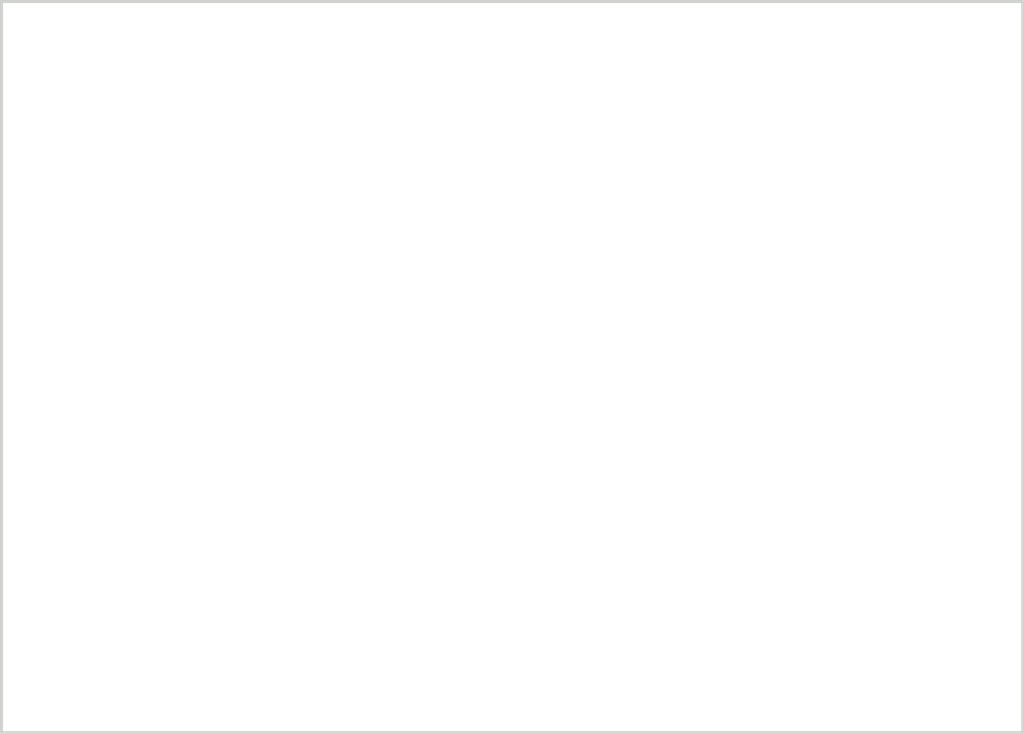
<source format=kicad_pcb>
(kicad_pcb
	(version 20241229)
	(generator "pcbnew")
	(generator_version "9.0")
	(general
		(thickness 1.6)
		(legacy_teardrops no)
	)
	(paper "A4")
	(layers
		(0 "F.Cu" signal)
		(2 "B.Cu" signal)
		(9 "F.Adhes" user "F.Adhesive")
		(11 "B.Adhes" user "B.Adhesive")
		(13 "F.Paste" user)
		(15 "B.Paste" user)
		(5 "F.SilkS" user "F.Silkscreen")
		(7 "B.SilkS" user "B.Silkscreen")
		(1 "F.Mask" user)
		(3 "B.Mask" user)
		(17 "Dwgs.User" user "User.Drawings")
		(19 "Cmts.User" user "User.Comments")
		(21 "Eco1.User" user "User.Eco1")
		(23 "Eco2.User" user "User.Eco2")
		(25 "Edge.Cuts" user)
		(27 "Margin" user)
		(31 "F.CrtYd" user "F.Courtyard")
		(29 "B.CrtYd" user "B.Courtyard")
		(35 "F.Fab" user)
		(33 "B.Fab" user)
		(39 "User.1" user)
		(41 "User.2" user)
		(43 "User.3" user)
		(45 "User.4" user)
	)
	(setup
		(pad_to_mask_clearance 0)
		(allow_soldermask_bridges_in_footprints no)
		(tenting front back)
		(pcbplotparams
			(layerselection 0x00000000_00000000_55555555_5755f5ff)
			(plot_on_all_layers_selection 0x00000000_00000000_00000000_00000000)
			(disableapertmacros no)
			(usegerberextensions no)
			(usegerberattributes yes)
			(usegerberadvancedattributes yes)
			(creategerberjobfile yes)
			(dashed_line_dash_ratio 12.000000)
			(dashed_line_gap_ratio 3.000000)
			(svgprecision 4)
			(plotframeref no)
			(mode 1)
			(useauxorigin no)
			(hpglpennumber 1)
			(hpglpenspeed 20)
			(hpglpendiameter 15.000000)
			(pdf_front_fp_property_popups yes)
			(pdf_back_fp_property_popups yes)
			(pdf_metadata yes)
			(pdf_single_document no)
			(dxfpolygonmode yes)
			(dxfimperialunits yes)
			(dxfusepcbnewfont yes)
			(psnegative no)
			(psa4output no)
			(plot_black_and_white yes)
			(plotinvisibletext no)
			(sketchpadsonfab no)
			(plotpadnumbers no)
			(hidednponfab no)
			(sketchdnponfab yes)
			(crossoutdnponfab yes)
			(subtractmaskfromsilk no)
			(outputformat 1)
			(mirror no)
			(drillshape 1)
			(scaleselection 1)
			(outputdirectory "")
		)
	)
	(net 0 "")
	(gr_rect
		(start 112 84)
		(end 179 132)
		(stroke
			(width 0.2)
			(type solid)
		)
		(fill no)
		(layer "Edge.Cuts")
		(uuid "941b1a33-a0fb-4c96-8799-8b105c065449")
	)
	(embedded_fonts no)
)

</source>
